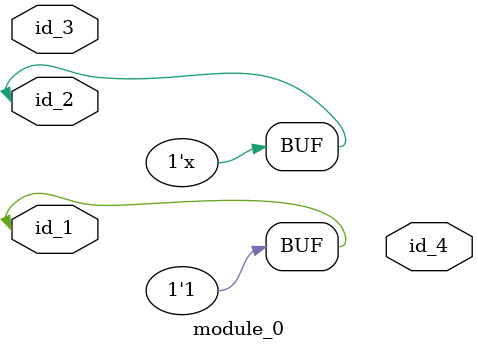
<source format=v>
module module_0 (
    input  id_1,
    input  id_2,
    input  id_3,
    output id_4
);
  assign id_2 = id_3[1];
  assign id_1 = 1;
endmodule

</source>
